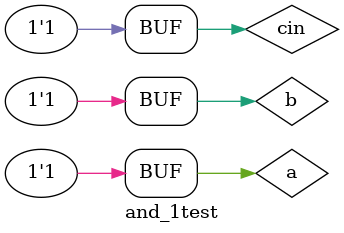
<source format=v>
`include "add1bit.v"

`timescale 1ns/1ps 
module and_1test;
reg  a;
reg  b;
reg  cin;
wire  cout;
wire  sum;
add1bit new(a,b,cin,sum,cout);
initial begin
    $dumpfile("test_add1.vcd");
    $dumpvars(0,and_test);
    a=1'b0;
    b=1'b0;
    cin=1'b0;
end

initial begin 
    $monitor("a=",a, " b= ",b," cin= ",cin," sum=",sum," cout =",cout);
    #5 
    a=1'b0;
    b=1'b0;
    cin=1'b1;
    #5 
    a=1'b0;
    b=1'b1;
    cin=1'b0;
    #5 
    a=1'b0;
    b=1'b1;
    cin=1'b1;
    #5 
    a=1'b1;
    b=1'b0;
    cin=1'b0;
    #5 
    a=1'b1;
    b=1'b0;
    cin=1'b0;
    #5 
    a=1'b1;
    b=1'b0;
    cin=1'b1;
    #5 
    a=1'b1;
    b=1'b1;
    cin=1'b0;
    #5 
    a=1'b1;
    b=1'b1;
    cin=1'b1;
end
endmodule
</source>
